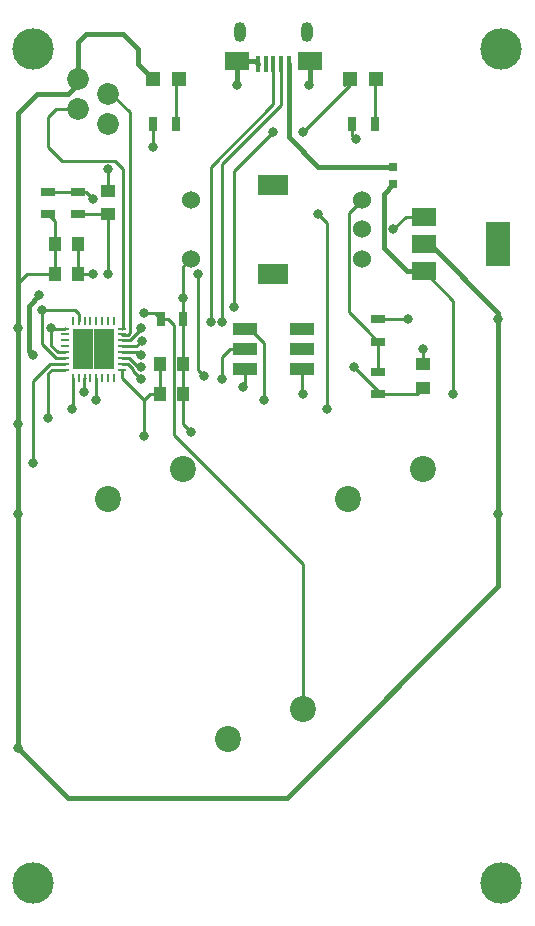
<source format=gbr>
%TF.GenerationSoftware,KiCad,Pcbnew,5.1.8-db9833491~88~ubuntu20.10.1*%
%TF.CreationDate,2020-11-26T22:30:36-06:00*%
%TF.ProjectId,micropad,6d696372-6f70-4616-942e-6b696361645f,rev?*%
%TF.SameCoordinates,Original*%
%TF.FileFunction,Copper,L1,Top*%
%TF.FilePolarity,Positive*%
%FSLAX46Y46*%
G04 Gerber Fmt 4.6, Leading zero omitted, Abs format (unit mm)*
G04 Created by KiCad (PCBNEW 5.1.8-db9833491~88~ubuntu20.10.1) date 2020-11-26 22:30:36*
%MOMM*%
%LPD*%
G01*
G04 APERTURE LIST*
%TA.AperFunction,ComponentPad*%
%ADD10C,1.850000*%
%TD*%
%TA.AperFunction,ComponentPad*%
%ADD11C,3.500000*%
%TD*%
%TA.AperFunction,SMDPad,CuDef*%
%ADD12R,1.000000X1.250000*%
%TD*%
%TA.AperFunction,SMDPad,CuDef*%
%ADD13R,1.250000X1.000000*%
%TD*%
%TA.AperFunction,SMDPad,CuDef*%
%ADD14R,1.200000X1.200000*%
%TD*%
%TA.AperFunction,SMDPad,CuDef*%
%ADD15R,2.100000X1.600000*%
%TD*%
%TA.AperFunction,SMDPad,CuDef*%
%ADD16R,0.400000X1.350000*%
%TD*%
%TA.AperFunction,ComponentPad*%
%ADD17O,1.000000X1.700000*%
%TD*%
%TA.AperFunction,SMDPad,CuDef*%
%ADD18R,0.700000X1.300000*%
%TD*%
%TA.AperFunction,SMDPad,CuDef*%
%ADD19R,1.300000X0.700000*%
%TD*%
%TA.AperFunction,ComponentPad*%
%ADD20C,1.524000*%
%TD*%
%TA.AperFunction,WasherPad*%
%ADD21R,2.600000X1.800000*%
%TD*%
%TA.AperFunction,ComponentPad*%
%ADD22C,2.200000*%
%TD*%
%TA.AperFunction,SMDPad,CuDef*%
%ADD23R,2.000000X1.100000*%
%TD*%
%TA.AperFunction,SMDPad,CuDef*%
%ADD24R,2.000000X1.500000*%
%TD*%
%TA.AperFunction,SMDPad,CuDef*%
%ADD25R,2.000000X3.800000*%
%TD*%
%TA.AperFunction,SMDPad,CuDef*%
%ADD26R,1.725000X1.725000*%
%TD*%
%TA.AperFunction,SMDPad,CuDef*%
%ADD27R,0.250000X0.700000*%
%TD*%
%TA.AperFunction,SMDPad,CuDef*%
%ADD28R,0.700000X0.250000*%
%TD*%
%TA.AperFunction,SMDPad,CuDef*%
%ADD29R,0.750000X0.800000*%
%TD*%
%TA.AperFunction,ViaPad*%
%ADD30C,0.800000*%
%TD*%
%TA.AperFunction,Conductor*%
%ADD31C,0.250000*%
%TD*%
%TA.AperFunction,Conductor*%
%ADD32C,0.400000*%
%TD*%
G04 APERTURE END LIST*
D10*
%TO.P,J1,4*%
%TO.N,GND*%
X39370000Y-31750000D03*
%TO.P,J1,3*%
%TO.N,/SWCLK*%
X36830000Y-30480000D03*
%TO.P,J1,2*%
%TO.N,/SWDIO*%
X39370000Y-29210000D03*
%TO.P,J1,1*%
%TO.N,+3V3*%
X36830000Y-27940000D03*
%TD*%
D11*
%TO.P,H4,1*%
%TO.N,N/C*%
X72644000Y-96012000D03*
%TD*%
%TO.P,H3,1*%
%TO.N,N/C*%
X72644000Y-25400000D03*
%TD*%
%TO.P,H2,1*%
%TO.N,N/C*%
X33020000Y-96012000D03*
%TD*%
%TO.P,H1,1*%
%TO.N,N/C*%
X33020000Y-25400000D03*
%TD*%
D12*
%TO.P,C1,1*%
%TO.N,+3V3*%
X43720000Y-52070000D03*
%TO.P,C1,2*%
%TO.N,GND*%
X45720000Y-52070000D03*
%TD*%
%TO.P,C2,2*%
%TO.N,GND*%
X45720000Y-54610000D03*
%TO.P,C2,1*%
%TO.N,+3V3*%
X43720000Y-54610000D03*
%TD*%
%TO.P,C3,2*%
%TO.N,GND*%
X36830000Y-44450000D03*
%TO.P,C3,1*%
%TO.N,+3V3*%
X34830000Y-44450000D03*
%TD*%
%TO.P,C4,1*%
%TO.N,+3V3*%
X34830000Y-41910000D03*
%TO.P,C4,2*%
%TO.N,GND*%
X36830000Y-41910000D03*
%TD*%
D13*
%TO.P,C5,1*%
%TO.N,/ENC_A*%
X39370000Y-39370000D03*
%TO.P,C5,2*%
%TO.N,GND*%
X39370000Y-37370000D03*
%TD*%
%TO.P,C6,1*%
%TO.N,/ENC_B*%
X66040000Y-54070000D03*
%TO.P,C6,2*%
%TO.N,GND*%
X66040000Y-52070000D03*
%TD*%
D14*
%TO.P,D1,2*%
%TO.N,+3V3*%
X43180000Y-27940000D03*
%TO.P,D1,1*%
%TO.N,Net-(D1-Pad1)*%
X45380000Y-27940000D03*
%TD*%
%TO.P,D2,1*%
%TO.N,Net-(D2-Pad1)*%
X62060000Y-27940000D03*
%TO.P,D2,2*%
%TO.N,/LED_USR*%
X59860000Y-27940000D03*
%TD*%
D15*
%TO.P,J3,6*%
%TO.N,GND*%
X56440000Y-26392000D03*
X50240000Y-26392000D03*
D16*
%TO.P,J3,1*%
%TO.N,Net-(F1-Pad2)*%
X54640000Y-26617000D03*
%TO.P,J3,5*%
%TO.N,GND*%
X52040000Y-26617000D03*
%TO.P,J3,2*%
%TO.N,/USB_DM*%
X53990000Y-26617000D03*
%TO.P,J3,3*%
%TO.N,/USB_DP*%
X53340000Y-26617000D03*
%TO.P,J3,4*%
%TO.N,Net-(J3-Pad4)*%
X52690000Y-26617000D03*
D17*
%TO.P,J3,0*%
%TO.N,N/C*%
X56165000Y-23942000D03*
X50515000Y-23942000D03*
%TD*%
D18*
%TO.P,R1,2*%
%TO.N,GND*%
X45720000Y-48260000D03*
%TO.P,R1,1*%
%TO.N,/BOOT*%
X43820000Y-48260000D03*
%TD*%
%TO.P,R2,1*%
%TO.N,Net-(D1-Pad1)*%
X45080000Y-31750000D03*
%TO.P,R2,2*%
%TO.N,GND*%
X43180000Y-31750000D03*
%TD*%
%TO.P,R3,2*%
%TO.N,GND*%
X60010000Y-31750000D03*
%TO.P,R3,1*%
%TO.N,Net-(D2-Pad1)*%
X61910000Y-31750000D03*
%TD*%
D19*
%TO.P,R4,2*%
%TO.N,/ENC_A*%
X36830000Y-39370000D03*
%TO.P,R4,1*%
%TO.N,Net-(R4-Pad1)*%
X36830000Y-37470000D03*
%TD*%
%TO.P,R5,2*%
%TO.N,Net-(R4-Pad1)*%
X34290000Y-37470000D03*
%TO.P,R5,1*%
%TO.N,+3V3*%
X34290000Y-39370000D03*
%TD*%
%TO.P,R6,1*%
%TO.N,+3V3*%
X62230000Y-48260000D03*
%TO.P,R6,2*%
%TO.N,Net-(R6-Pad2)*%
X62230000Y-50160000D03*
%TD*%
%TO.P,R7,1*%
%TO.N,/ENC_B*%
X62230000Y-54610000D03*
%TO.P,R7,2*%
%TO.N,Net-(R6-Pad2)*%
X62230000Y-52710000D03*
%TD*%
D20*
%TO.P,S1,1*%
%TO.N,Net-(R4-Pad1)*%
X60840000Y-43140000D03*
%TO.P,S1,2*%
%TO.N,GND*%
X60840000Y-40640000D03*
%TO.P,S1,3*%
%TO.N,Net-(R6-Pad2)*%
X60840000Y-38140000D03*
%TO.P,S1,4*%
%TO.N,GND*%
X46340000Y-43140000D03*
%TO.P,S1,5*%
%TO.N,/ENC_BTN*%
X46340000Y-38140000D03*
D21*
%TO.P,S1,*%
%TO.N,*%
X53340000Y-44390000D03*
X53340000Y-36890000D03*
%TD*%
D22*
%TO.P,SW1,2*%
%TO.N,+3V3*%
X49530000Y-83820000D03*
%TO.P,SW1,1*%
%TO.N,/BOOT*%
X55880000Y-81280000D03*
%TD*%
%TO.P,SW2,1*%
%TO.N,Net-(SW2-Pad1)*%
X45720000Y-60960000D03*
%TO.P,SW2,2*%
%TO.N,+3V3*%
X39370000Y-63500000D03*
%TD*%
%TO.P,SW3,2*%
%TO.N,+3V3*%
X59690000Y-63500000D03*
%TO.P,SW3,1*%
%TO.N,Net-(SW3-Pad1)*%
X66040000Y-60960000D03*
%TD*%
D23*
%TO.P,U3,6*%
%TO.N,Net-(U3-Pad6)*%
X55740000Y-49100000D03*
%TO.P,U3,5*%
%TO.N,Net-(U3-Pad5)*%
X55740000Y-50800000D03*
%TO.P,U3,4*%
%TO.N,+5V*%
X55740000Y-52500000D03*
%TO.P,U3,3*%
%TO.N,GND*%
X50940000Y-52500000D03*
%TO.P,U3,2*%
%TO.N,/APA_SCK*%
X50940000Y-50800000D03*
%TO.P,U3,1*%
%TO.N,/APA_MOSI*%
X50940000Y-49100000D03*
%TD*%
D24*
%TO.P,U1,1*%
%TO.N,GND*%
X66090000Y-39610000D03*
%TO.P,U1,3*%
%TO.N,+5V*%
X66090000Y-44210000D03*
%TO.P,U1,2*%
%TO.N,+3V3*%
X66090000Y-41910000D03*
D25*
%TO.P,U1,4*%
%TO.N,N/C*%
X72390000Y-41910000D03*
%TD*%
D26*
%TO.P,U2,33*%
%TO.N,GND*%
X37236400Y-49936400D03*
X37236400Y-51661400D03*
X38961400Y-49936400D03*
X38961400Y-51661400D03*
D27*
%TO.P,U2,32*%
%TO.N,Net-(U2-Pad32)*%
X36348900Y-48398900D03*
%TO.P,U2,31*%
%TO.N,/BOOT*%
X36848900Y-48398900D03*
%TO.P,U2,30*%
%TO.N,Net-(U2-Pad30)*%
X37348900Y-48398900D03*
%TO.P,U2,29*%
%TO.N,Net-(U2-Pad29)*%
X37848900Y-48398900D03*
%TO.P,U2,28*%
%TO.N,Net-(U2-Pad28)*%
X38348900Y-48398900D03*
%TO.P,U2,27*%
%TO.N,Net-(U2-Pad27)*%
X38848900Y-48398900D03*
%TO.P,U2,26*%
%TO.N,Net-(U2-Pad26)*%
X39348900Y-48398900D03*
%TO.P,U2,25*%
%TO.N,Net-(U2-Pad25)*%
X39848900Y-48398900D03*
D28*
%TO.P,U2,24*%
%TO.N,/SWCLK*%
X40498900Y-49048900D03*
%TO.P,U2,23*%
%TO.N,/SWDIO*%
X40498900Y-49548900D03*
%TO.P,U2,22*%
%TO.N,/USB_DP*%
X40498900Y-50048900D03*
%TO.P,U2,21*%
%TO.N,/USB_DM*%
X40498900Y-50548900D03*
%TO.P,U2,20*%
%TO.N,/LED_USR*%
X40498900Y-51048900D03*
%TO.P,U2,19*%
%TO.N,/ENC_B*%
X40498900Y-51548900D03*
%TO.P,U2,18*%
%TO.N,/ENC_A*%
X40498900Y-52048900D03*
%TO.P,U2,17*%
%TO.N,+3V3*%
X40498900Y-52548900D03*
D27*
%TO.P,U2,16*%
%TO.N,Net-(U2-Pad16)*%
X39848900Y-53198900D03*
%TO.P,U2,15*%
%TO.N,Net-(U2-Pad15)*%
X39348900Y-53198900D03*
%TO.P,U2,14*%
%TO.N,Net-(U2-Pad14)*%
X38848900Y-53198900D03*
%TO.P,U2,13*%
%TO.N,/APA_MOSI*%
X38348900Y-53198900D03*
%TO.P,U2,12*%
%TO.N,Net-(U2-Pad12)*%
X37848900Y-53198900D03*
%TO.P,U2,11*%
%TO.N,/APA_SCK*%
X37348900Y-53198900D03*
%TO.P,U2,10*%
%TO.N,Net-(U2-Pad10)*%
X36848900Y-53198900D03*
%TO.P,U2,9*%
%TO.N,/ENC_BTN*%
X36348900Y-53198900D03*
D28*
%TO.P,U2,8*%
%TO.N,Net-(SW3-Pad1)*%
X35698900Y-52548900D03*
%TO.P,U2,7*%
%TO.N,Net-(SW2-Pad1)*%
X35698900Y-52048900D03*
%TO.P,U2,6*%
%TO.N,/BOOT*%
X35698900Y-51548900D03*
%TO.P,U2,5*%
%TO.N,+3V3*%
X35698900Y-51048900D03*
%TO.P,U2,4*%
%TO.N,Net-(U2-Pad4)*%
X35698900Y-50548900D03*
%TO.P,U2,3*%
%TO.N,Net-(U2-Pad3)*%
X35698900Y-50048900D03*
%TO.P,U2,2*%
%TO.N,Net-(U2-Pad2)*%
X35698900Y-49548900D03*
%TO.P,U2,1*%
%TO.N,+3V3*%
X35698900Y-49048900D03*
%TD*%
D29*
%TO.P,F1,1*%
%TO.N,+5V*%
X63500000Y-36830000D03*
%TO.P,F1,2*%
%TO.N,Net-(F1-Pad2)*%
X63500000Y-35330000D03*
%TD*%
D30*
%TO.N,+3V3*%
X72390000Y-64770000D03*
X31750000Y-64770000D03*
X31750000Y-84582000D03*
X31750000Y-57150000D03*
X42418000Y-58166000D03*
X34544000Y-49022000D03*
X31750000Y-49022000D03*
X72390000Y-48260000D03*
X64770000Y-48260000D03*
%TO.N,GND*%
X37211000Y-49911000D03*
X38989000Y-49911000D03*
X38989000Y-51689000D03*
X37211000Y-51689000D03*
X38100000Y-44450000D03*
X50800000Y-53975000D03*
X46355000Y-57785000D03*
X60325000Y-33020000D03*
X43180000Y-33655000D03*
X45720000Y-46445000D03*
X39370000Y-35560000D03*
X63500000Y-40640000D03*
X66040000Y-50800000D03*
X33020000Y-51308000D03*
X33528000Y-46228000D03*
X56388000Y-28448000D03*
X50292000Y-28448000D03*
%TO.N,/ENC_A*%
X42164000Y-53340000D03*
X47498000Y-53086000D03*
X46990000Y-44450000D03*
X39370000Y-44450000D03*
%TO.N,/ENC_B*%
X42164000Y-52324000D03*
X60198000Y-52324000D03*
%TO.N,/LED_USR*%
X42164000Y-51308000D03*
X50038000Y-47244000D03*
X53340000Y-32385000D03*
X55880000Y-32385000D03*
%TO.N,+5V*%
X55880000Y-54610000D03*
X68580000Y-54610000D03*
%TO.N,/USB_DM*%
X49022000Y-48514000D03*
X42194206Y-50077512D03*
%TO.N,/USB_DP*%
X48021997Y-48514000D03*
X42164000Y-49022000D03*
%TO.N,/BOOT*%
X33782000Y-47498000D03*
X42418000Y-47752000D03*
%TO.N,Net-(R4-Pad1)*%
X38100000Y-38100000D03*
%TO.N,/ENC_BTN*%
X36322000Y-55880000D03*
X57912000Y-55880000D03*
X57150000Y-39370000D03*
%TO.N,Net-(SW2-Pad1)*%
X33020000Y-60452000D03*
%TO.N,Net-(SW3-Pad1)*%
X34290000Y-56642000D03*
%TO.N,/APA_MOSI*%
X38354000Y-55118000D03*
X52578000Y-55118000D03*
%TO.N,/APA_SCK*%
X49022000Y-53340000D03*
X37338000Y-54393000D03*
%TD*%
D31*
%TO.N,+3V3*%
X35672000Y-49022000D02*
X35700000Y-49050000D01*
D32*
X31750000Y-50546000D02*
X31750000Y-49022000D01*
D31*
X43720000Y-54610000D02*
X43720000Y-52070000D01*
X42926000Y-54610000D02*
X42418000Y-55118000D01*
X43720000Y-54610000D02*
X42926000Y-54610000D01*
D32*
X31750000Y-54356000D02*
X31750000Y-50546000D01*
D31*
X34830000Y-44450000D02*
X34830000Y-41910000D01*
X32512000Y-44450000D02*
X31750000Y-45212000D01*
X34830000Y-44450000D02*
X32512000Y-44450000D01*
D32*
X31750000Y-45212000D02*
X31750000Y-30759998D01*
X31750000Y-49022000D02*
X31750000Y-45212000D01*
D31*
X40500000Y-53200000D02*
X42418000Y-55118000D01*
X40500000Y-52550000D02*
X40500000Y-53200000D01*
D32*
X31750000Y-57150000D02*
X31750000Y-54356000D01*
X31750000Y-84582000D02*
X31750000Y-57150000D01*
D31*
X42418000Y-55118000D02*
X42418000Y-58166000D01*
X35100000Y-51050000D02*
X35024999Y-50974999D01*
X35700000Y-51050000D02*
X35100000Y-51050000D01*
X34621999Y-49099999D02*
X34544000Y-49022000D01*
X34570900Y-49048900D02*
X34544000Y-49022000D01*
X35698900Y-49048900D02*
X34570900Y-49048900D01*
X34544000Y-50494000D02*
X34544000Y-49022000D01*
X35100000Y-51050000D02*
X34544000Y-50494000D01*
X64770000Y-48260000D02*
X62230000Y-48260000D01*
X34830000Y-39910000D02*
X34290000Y-39370000D01*
X34830000Y-41910000D02*
X34830000Y-39910000D01*
D32*
X31750000Y-30759998D02*
X33299998Y-29210000D01*
D31*
X66090000Y-41960000D02*
X66090000Y-41910000D01*
D32*
X72390000Y-48260000D02*
X72390000Y-64770000D01*
X66605685Y-41910000D02*
X66090000Y-41910000D01*
X72390000Y-47694315D02*
X66605685Y-41910000D01*
X72390000Y-48260000D02*
X72390000Y-47694315D01*
X35928001Y-88760001D02*
X31750000Y-84582000D01*
X72390000Y-70862002D02*
X54492001Y-88760001D01*
X54492001Y-88760001D02*
X35928001Y-88760001D01*
X72390000Y-64770000D02*
X72390000Y-70862002D01*
X35935000Y-29210000D02*
X37160000Y-27985000D01*
X33299998Y-29210000D02*
X35935000Y-29210000D01*
X41910000Y-26670000D02*
X43180000Y-27940000D01*
X40640000Y-24130000D02*
X41910000Y-25400000D01*
X37465000Y-24130000D02*
X40640000Y-24130000D01*
X36830000Y-24765000D02*
X37465000Y-24130000D01*
X41910000Y-25400000D02*
X41910000Y-26670000D01*
X36830000Y-27940000D02*
X36830000Y-24765000D01*
D31*
%TO.N,GND*%
X36830000Y-44450000D02*
X38100000Y-44450000D01*
X50940000Y-53835000D02*
X50800000Y-53975000D01*
X50940000Y-52500000D02*
X50940000Y-53835000D01*
X45720000Y-54610000D02*
X45720000Y-52070000D01*
X45720000Y-52070000D02*
X45720000Y-48260000D01*
X45720000Y-57150000D02*
X46355000Y-57785000D01*
X45720000Y-54610000D02*
X45720000Y-57150000D01*
X60010000Y-32705000D02*
X60325000Y-33020000D01*
X60010000Y-31750000D02*
X60010000Y-32705000D01*
X43180000Y-31750000D02*
X43180000Y-33655000D01*
X45720000Y-48260000D02*
X45720000Y-46445000D01*
X36830000Y-44450000D02*
X36830000Y-41910000D01*
X39370000Y-37370000D02*
X39370000Y-35560000D01*
X64530000Y-39610000D02*
X63500000Y-40640000D01*
X66090000Y-39610000D02*
X64530000Y-39610000D01*
X66040000Y-52070000D02*
X66040000Y-50800000D01*
X45720000Y-43760000D02*
X46340000Y-43140000D01*
X45720000Y-46445000D02*
X45720000Y-43760000D01*
D32*
X32620001Y-47135999D02*
X33528000Y-46228000D01*
X32620001Y-50908001D02*
X32620001Y-47135999D01*
X33020000Y-51308000D02*
X32620001Y-50908001D01*
X50240000Y-26392000D02*
X49808000Y-26392000D01*
X56440000Y-28396000D02*
X56388000Y-28448000D01*
X56440000Y-26392000D02*
X56440000Y-28396000D01*
X50240000Y-28396000D02*
X50292000Y-28448000D01*
X50240000Y-26392000D02*
X50240000Y-28396000D01*
X51815000Y-26392000D02*
X52040000Y-26617000D01*
X50240000Y-26392000D02*
X51815000Y-26392000D01*
D31*
%TO.N,/ENC_A*%
X42106998Y-53340000D02*
X42164000Y-53340000D01*
X41438999Y-52672001D02*
X42106998Y-53340000D01*
X41438999Y-52489409D02*
X41438999Y-52672001D01*
X40999590Y-52050000D02*
X41438999Y-52489409D01*
X40500000Y-52050000D02*
X40999590Y-52050000D01*
X36830000Y-39370000D02*
X39370000Y-39370000D01*
X39370000Y-39370000D02*
X39370000Y-41910000D01*
X46990000Y-52578000D02*
X46990000Y-44450000D01*
X47498000Y-53086000D02*
X46990000Y-52578000D01*
X39370000Y-41910000D02*
X39370000Y-44450000D01*
%TO.N,/ENC_B*%
X40500000Y-51550000D02*
X41136000Y-51550000D01*
X41910000Y-52324000D02*
X42164000Y-52324000D01*
X41136000Y-51550000D02*
X41910000Y-52324000D01*
X62230000Y-54356000D02*
X62230000Y-54610000D01*
X60198000Y-52324000D02*
X62230000Y-54356000D01*
X65500000Y-54610000D02*
X66040000Y-54070000D01*
X62230000Y-54610000D02*
X65500000Y-54610000D01*
%TO.N,Net-(D1-Pad1)*%
X45080000Y-28240000D02*
X45380000Y-27940000D01*
X45080000Y-31750000D02*
X45080000Y-28240000D01*
%TO.N,/LED_USR*%
X42160000Y-51050000D02*
X42164000Y-51054000D01*
X40500000Y-51050000D02*
X41152000Y-51050000D01*
X41152000Y-51050000D02*
X41340998Y-51050000D01*
X41906000Y-51050000D02*
X42164000Y-51308000D01*
X41152000Y-51050000D02*
X41906000Y-51050000D01*
X59860000Y-27940000D02*
X59334999Y-28465001D01*
X50038000Y-47244000D02*
X50038000Y-41967685D01*
X50038000Y-35687000D02*
X53340000Y-32385000D01*
X50038000Y-41967685D02*
X50038000Y-35687000D01*
X59860000Y-28405000D02*
X59860000Y-27940000D01*
X55880000Y-32385000D02*
X59860000Y-28405000D01*
%TO.N,Net-(D2-Pad1)*%
X61910000Y-28090000D02*
X62060000Y-27940000D01*
X61910000Y-31750000D02*
X61910000Y-28090000D01*
%TO.N,/SWCLK*%
X39914999Y-34834999D02*
X35469999Y-34834999D01*
X40620001Y-35540001D02*
X39914999Y-34834999D01*
X40620001Y-48927799D02*
X40620001Y-35540001D01*
X40498900Y-49048900D02*
X40620001Y-48927799D01*
X35469999Y-34834999D02*
X34290000Y-33655000D01*
X34290000Y-33655000D02*
X34290000Y-31115000D01*
X34925000Y-30480000D02*
X36830000Y-30480000D01*
X34290000Y-31115000D02*
X34925000Y-30480000D01*
%TO.N,/SWDIO*%
X41175001Y-30730001D02*
X39700000Y-29255000D01*
X41175001Y-49435001D02*
X41175001Y-30730001D01*
X41060002Y-49550000D02*
X41175001Y-49435001D01*
X40500000Y-49550000D02*
X41060002Y-49550000D01*
%TO.N,+5V*%
X56085000Y-52500000D02*
X55740000Y-52500000D01*
X55740000Y-54470000D02*
X55880000Y-54610000D01*
X55740000Y-52500000D02*
X55740000Y-54470000D01*
X68580000Y-46700000D02*
X66090000Y-44210000D01*
X68580000Y-54610000D02*
X68580000Y-46700000D01*
D32*
X64690000Y-44210000D02*
X66090000Y-44210000D01*
X62699999Y-42219999D02*
X64690000Y-44210000D01*
X62699999Y-37630001D02*
X62699999Y-42219999D01*
X63500000Y-36830000D02*
X62699999Y-37630001D01*
D31*
%TO.N,/USB_DM*%
X40500000Y-50550000D02*
X41652000Y-50550000D01*
X41721718Y-50550000D02*
X42194206Y-50077512D01*
X41652000Y-50550000D02*
X41721718Y-50550000D01*
X49022000Y-35103000D02*
X49022000Y-48514000D01*
X53990000Y-30135000D02*
X49022000Y-35103000D01*
X53990000Y-26617000D02*
X53990000Y-30135000D01*
%TO.N,/USB_DP*%
X40500000Y-50050000D02*
X41196412Y-50050000D01*
X42164000Y-49082412D02*
X42164000Y-49022000D01*
X41196412Y-50050000D02*
X42164000Y-49082412D01*
X48021997Y-35338005D02*
X48021997Y-48514000D01*
X53340000Y-30020002D02*
X48021997Y-35338005D01*
X53340000Y-26617000D02*
X53340000Y-30020002D01*
%TO.N,/BOOT*%
X33782000Y-50368410D02*
X33782000Y-47498000D01*
X34963590Y-51550000D02*
X33782000Y-50368410D01*
X35700000Y-51550000D02*
X34963590Y-51550000D01*
X43312000Y-47752000D02*
X43820000Y-48260000D01*
X42418000Y-47752000D02*
X43312000Y-47752000D01*
X55880000Y-69010998D02*
X55880000Y-81280000D01*
X44894999Y-58025997D02*
X55880000Y-69010998D01*
X44894999Y-48734999D02*
X44894999Y-58025997D01*
X44420000Y-48260000D02*
X44894999Y-48734999D01*
X43820000Y-48260000D02*
X44420000Y-48260000D01*
X36548000Y-47498000D02*
X33782000Y-47498000D01*
X36850000Y-47800000D02*
X36548000Y-47498000D01*
X36850000Y-48400000D02*
X36850000Y-47800000D01*
%TO.N,Net-(R4-Pad1)*%
X34290000Y-37470000D02*
X36830000Y-37470000D01*
X37470000Y-37470000D02*
X38100000Y-38100000D01*
X36830000Y-37470000D02*
X37470000Y-37470000D01*
%TO.N,Net-(R6-Pad2)*%
X62230000Y-52710000D02*
X62230000Y-50160000D01*
X61254999Y-49184999D02*
X62230000Y-50160000D01*
X59752999Y-47682999D02*
X61254999Y-49184999D01*
X59752999Y-39227001D02*
X59752999Y-47682999D01*
X60840000Y-38140000D02*
X59752999Y-39227001D01*
%TO.N,/ENC_BTN*%
X36350000Y-55852000D02*
X36322000Y-55880000D01*
X36350000Y-53200000D02*
X36350000Y-55852000D01*
X57912000Y-55880000D02*
X57912000Y-45720000D01*
X57912000Y-40132000D02*
X57912000Y-45720000D01*
X57150000Y-39370000D02*
X57912000Y-40132000D01*
%TO.N,Net-(SW2-Pad1)*%
X34435590Y-52050000D02*
X35700000Y-52050000D01*
X33020000Y-53465590D02*
X34435590Y-52050000D01*
X33020000Y-60452000D02*
X33020000Y-53465590D01*
%TO.N,Net-(SW3-Pad1)*%
X35700000Y-52550000D02*
X34572000Y-52550000D01*
X34290000Y-52832000D02*
X34290000Y-56642000D01*
X34572000Y-52550000D02*
X34290000Y-52832000D01*
%TO.N,/APA_MOSI*%
X38350000Y-55114000D02*
X38354000Y-55118000D01*
X38350000Y-53200000D02*
X38350000Y-55114000D01*
X51375002Y-49100000D02*
X50940000Y-49100000D01*
X52578000Y-50302998D02*
X51375002Y-49100000D01*
X52578000Y-55118000D02*
X52578000Y-50302998D01*
%TO.N,/APA_SCK*%
X49022000Y-51468000D02*
X49022000Y-53340000D01*
X49690000Y-50800000D02*
X49022000Y-51468000D01*
X50940000Y-50800000D02*
X49690000Y-50800000D01*
X37338000Y-53212000D02*
X37350000Y-53200000D01*
X37338000Y-54393000D02*
X37338000Y-53212000D01*
D32*
%TO.N,Net-(F1-Pad2)*%
X57136304Y-35330000D02*
X63500000Y-35330000D01*
X54640000Y-32833696D02*
X54640000Y-26617000D01*
X57136304Y-35330000D02*
X54640000Y-32833696D01*
%TD*%
M02*

</source>
